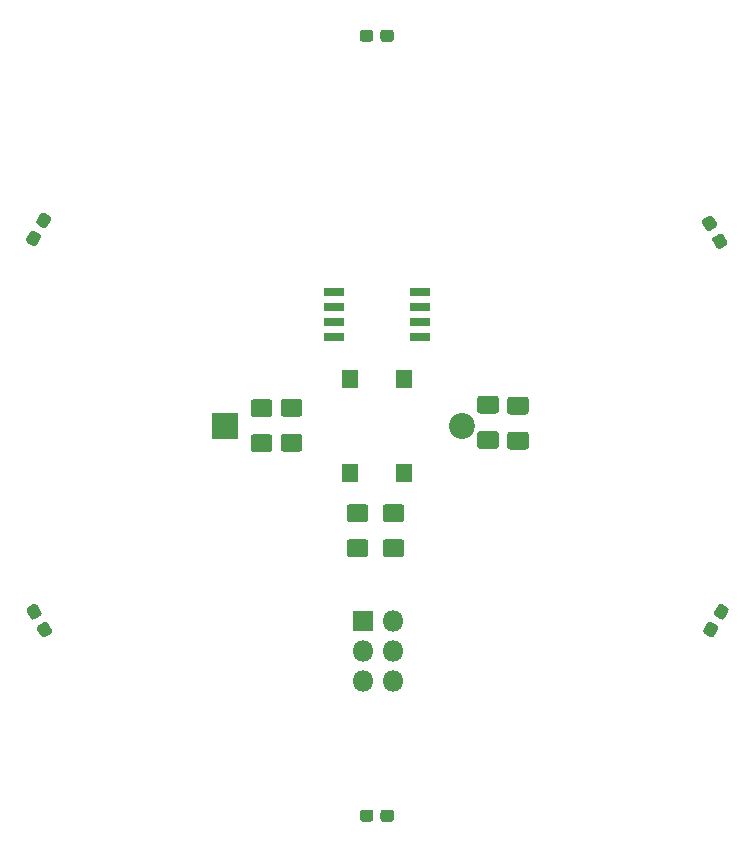
<source format=gbr>
%TF.GenerationSoftware,KiCad,Pcbnew,5.1.6-c6e7f7d~87~ubuntu19.10.1*%
%TF.CreationDate,2021-11-13T16:17:34-08:00*%
%TF.ProjectId,snowflake2021,736e6f77-666c-4616-9b65-323032312e6b,rev?*%
%TF.SameCoordinates,Original*%
%TF.FileFunction,Soldermask,Top*%
%TF.FilePolarity,Negative*%
%FSLAX46Y46*%
G04 Gerber Fmt 4.6, Leading zero omitted, Abs format (unit mm)*
G04 Created by KiCad (PCBNEW 5.1.6-c6e7f7d~87~ubuntu19.10.1) date 2021-11-13 16:17:34*
%MOMM*%
%LPD*%
G01*
G04 APERTURE LIST*
%ADD10C,2.200000*%
%ADD11R,2.200000X2.200000*%
%ADD12R,1.400000X1.650000*%
%ADD13R,1.800000X0.750000*%
%ADD14O,1.800000X1.800000*%
%ADD15R,1.800000X1.800000*%
G04 APERTURE END LIST*
D10*
%TO.C,BT1*%
X152080000Y-69850000D03*
D11*
X132080000Y-69850000D03*
%TD*%
D12*
%TO.C,SW1*%
X147157000Y-65875000D03*
X142657000Y-65875000D03*
X142657000Y-73825000D03*
X147157000Y-73825000D03*
%TD*%
%TO.C,R4*%
G36*
G01*
X154962456Y-68834500D02*
X153647544Y-68834500D01*
G75*
G02*
X153380000Y-68566956I0J267544D01*
G01*
X153380000Y-67577044D01*
G75*
G02*
X153647544Y-67309500I267544J0D01*
G01*
X154962456Y-67309500D01*
G75*
G02*
X155230000Y-67577044I0J-267544D01*
G01*
X155230000Y-68566956D01*
G75*
G02*
X154962456Y-68834500I-267544J0D01*
G01*
G37*
G36*
G01*
X154962456Y-71809500D02*
X153647544Y-71809500D01*
G75*
G02*
X153380000Y-71541956I0J267544D01*
G01*
X153380000Y-70552044D01*
G75*
G02*
X153647544Y-70284500I267544J0D01*
G01*
X154962456Y-70284500D01*
G75*
G02*
X155230000Y-70552044I0J-267544D01*
G01*
X155230000Y-71541956D01*
G75*
G02*
X154962456Y-71809500I-267544J0D01*
G01*
G37*
%TD*%
%TO.C,R3*%
G36*
G01*
X142598544Y-79465000D02*
X143913456Y-79465000D01*
G75*
G02*
X144181000Y-79732544I0J-267544D01*
G01*
X144181000Y-80722456D01*
G75*
G02*
X143913456Y-80990000I-267544J0D01*
G01*
X142598544Y-80990000D01*
G75*
G02*
X142331000Y-80722456I0J267544D01*
G01*
X142331000Y-79732544D01*
G75*
G02*
X142598544Y-79465000I267544J0D01*
G01*
G37*
G36*
G01*
X142598544Y-76490000D02*
X143913456Y-76490000D01*
G75*
G02*
X144181000Y-76757544I0J-267544D01*
G01*
X144181000Y-77747456D01*
G75*
G02*
X143913456Y-78015000I-267544J0D01*
G01*
X142598544Y-78015000D01*
G75*
G02*
X142331000Y-77747456I0J267544D01*
G01*
X142331000Y-76757544D01*
G75*
G02*
X142598544Y-76490000I267544J0D01*
G01*
G37*
%TD*%
%TO.C,R2*%
G36*
G01*
X146961456Y-78015000D02*
X145646544Y-78015000D01*
G75*
G02*
X145379000Y-77747456I0J267544D01*
G01*
X145379000Y-76757544D01*
G75*
G02*
X145646544Y-76490000I267544J0D01*
G01*
X146961456Y-76490000D01*
G75*
G02*
X147229000Y-76757544I0J-267544D01*
G01*
X147229000Y-77747456D01*
G75*
G02*
X146961456Y-78015000I-267544J0D01*
G01*
G37*
G36*
G01*
X146961456Y-80990000D02*
X145646544Y-80990000D01*
G75*
G02*
X145379000Y-80722456I0J267544D01*
G01*
X145379000Y-79732544D01*
G75*
G02*
X145646544Y-79465000I267544J0D01*
G01*
X146961456Y-79465000D01*
G75*
G02*
X147229000Y-79732544I0J-267544D01*
G01*
X147229000Y-80722456D01*
G75*
G02*
X146961456Y-80990000I-267544J0D01*
G01*
G37*
%TD*%
%TO.C,R1*%
G36*
G01*
X157502456Y-68907500D02*
X156187544Y-68907500D01*
G75*
G02*
X155920000Y-68639956I0J267544D01*
G01*
X155920000Y-67650044D01*
G75*
G02*
X156187544Y-67382500I267544J0D01*
G01*
X157502456Y-67382500D01*
G75*
G02*
X157770000Y-67650044I0J-267544D01*
G01*
X157770000Y-68639956D01*
G75*
G02*
X157502456Y-68907500I-267544J0D01*
G01*
G37*
G36*
G01*
X157502456Y-71882500D02*
X156187544Y-71882500D01*
G75*
G02*
X155920000Y-71614956I0J267544D01*
G01*
X155920000Y-70625044D01*
G75*
G02*
X156187544Y-70357500I267544J0D01*
G01*
X157502456Y-70357500D01*
G75*
G02*
X157770000Y-70625044I0J-267544D01*
G01*
X157770000Y-71614956D01*
G75*
G02*
X157502456Y-71882500I-267544J0D01*
G01*
G37*
%TD*%
%TO.C,D6*%
G36*
G01*
X116638832Y-53088671D02*
X116184168Y-52826171D01*
G75*
G02*
X116088086Y-52467589I131250J227332D01*
G01*
X116400586Y-51926323D01*
G75*
G02*
X116759168Y-51830241I227332J-131250D01*
G01*
X117213832Y-52092741D01*
G75*
G02*
X117309914Y-52451323I-131250J-227332D01*
G01*
X116997414Y-52992589D01*
G75*
G02*
X116638832Y-53088671I-227332J131250D01*
G01*
G37*
G36*
G01*
X115763832Y-54604215D02*
X115309168Y-54341715D01*
G75*
G02*
X115213086Y-53983133I131250J227332D01*
G01*
X115525586Y-53441867D01*
G75*
G02*
X115884168Y-53345785I227332J-131250D01*
G01*
X116338832Y-53608285D01*
G75*
G02*
X116434914Y-53966867I-131250J-227332D01*
G01*
X116122414Y-54508133D01*
G75*
G02*
X115763832Y-54604215I-227332J131250D01*
G01*
G37*
%TD*%
%TO.C,D5*%
G36*
G01*
X116395332Y-85968943D02*
X115940668Y-86231443D01*
G75*
G02*
X115582086Y-86135361I-131250J227332D01*
G01*
X115269586Y-85594095D01*
G75*
G02*
X115365668Y-85235513I227332J131250D01*
G01*
X115820332Y-84973013D01*
G75*
G02*
X116178914Y-85069095I131250J-227332D01*
G01*
X116491414Y-85610361D01*
G75*
G02*
X116395332Y-85968943I-227332J-131250D01*
G01*
G37*
G36*
G01*
X117270332Y-87484487D02*
X116815668Y-87746987D01*
G75*
G02*
X116457086Y-87650905I-131250J227332D01*
G01*
X116144586Y-87109639D01*
G75*
G02*
X116240668Y-86751057I227332J131250D01*
G01*
X116695332Y-86488557D01*
G75*
G02*
X117053914Y-86584639I131250J-227332D01*
G01*
X117366414Y-87125905D01*
G75*
G02*
X117270332Y-87484487I-227332J-131250D01*
G01*
G37*
%TD*%
%TO.C,D4*%
G36*
G01*
X144607000Y-102607500D02*
X144607000Y-103132500D01*
G75*
G02*
X144344500Y-103395000I-262500J0D01*
G01*
X143719500Y-103395000D01*
G75*
G02*
X143457000Y-103132500I0J262500D01*
G01*
X143457000Y-102607500D01*
G75*
G02*
X143719500Y-102345000I262500J0D01*
G01*
X144344500Y-102345000D01*
G75*
G02*
X144607000Y-102607500I0J-262500D01*
G01*
G37*
G36*
G01*
X146357000Y-102607500D02*
X146357000Y-103132500D01*
G75*
G02*
X146094500Y-103395000I-262500J0D01*
G01*
X145469500Y-103395000D01*
G75*
G02*
X145207000Y-103132500I0J262500D01*
G01*
X145207000Y-102607500D01*
G75*
G02*
X145469500Y-102345000I262500J0D01*
G01*
X146094500Y-102345000D01*
G75*
G02*
X146357000Y-102607500I0J-262500D01*
G01*
G37*
%TD*%
%TO.C,D3*%
G36*
G01*
X173231668Y-86488557D02*
X173686332Y-86751057D01*
G75*
G02*
X173782414Y-87109639I-131250J-227332D01*
G01*
X173469914Y-87650905D01*
G75*
G02*
X173111332Y-87746987I-227332J131250D01*
G01*
X172656668Y-87484487D01*
G75*
G02*
X172560586Y-87125905I131250J227332D01*
G01*
X172873086Y-86584639D01*
G75*
G02*
X173231668Y-86488557I227332J-131250D01*
G01*
G37*
G36*
G01*
X174106668Y-84973013D02*
X174561332Y-85235513D01*
G75*
G02*
X174657414Y-85594095I-131250J-227332D01*
G01*
X174344914Y-86135361D01*
G75*
G02*
X173986332Y-86231443I-227332J131250D01*
G01*
X173531668Y-85968943D01*
G75*
G02*
X173435586Y-85610361I131250J227332D01*
G01*
X173748086Y-85069095D01*
G75*
G02*
X174106668Y-84973013I227332J-131250D01*
G01*
G37*
%TD*%
%TO.C,D2*%
G36*
G01*
X173418668Y-53858057D02*
X173873332Y-53595557D01*
G75*
G02*
X174231914Y-53691639I131250J-227332D01*
G01*
X174544414Y-54232905D01*
G75*
G02*
X174448332Y-54591487I-227332J-131250D01*
G01*
X173993668Y-54853987D01*
G75*
G02*
X173635086Y-54757905I-131250J227332D01*
G01*
X173322586Y-54216639D01*
G75*
G02*
X173418668Y-53858057I227332J131250D01*
G01*
G37*
G36*
G01*
X172543668Y-52342513D02*
X172998332Y-52080013D01*
G75*
G02*
X173356914Y-52176095I131250J-227332D01*
G01*
X173669414Y-52717361D01*
G75*
G02*
X173573332Y-53075943I-227332J-131250D01*
G01*
X173118668Y-53338443D01*
G75*
G02*
X172760086Y-53242361I-131250J227332D01*
G01*
X172447586Y-52701095D01*
G75*
G02*
X172543668Y-52342513I227332J131250D01*
G01*
G37*
%TD*%
%TO.C,D1*%
G36*
G01*
X145193000Y-37092500D02*
X145193000Y-36567500D01*
G75*
G02*
X145455500Y-36305000I262500J0D01*
G01*
X146080500Y-36305000D01*
G75*
G02*
X146343000Y-36567500I0J-262500D01*
G01*
X146343000Y-37092500D01*
G75*
G02*
X146080500Y-37355000I-262500J0D01*
G01*
X145455500Y-37355000D01*
G75*
G02*
X145193000Y-37092500I0J262500D01*
G01*
G37*
G36*
G01*
X143443000Y-37092500D02*
X143443000Y-36567500D01*
G75*
G02*
X143705500Y-36305000I262500J0D01*
G01*
X144330500Y-36305000D01*
G75*
G02*
X144593000Y-36567500I0J-262500D01*
G01*
X144593000Y-37092500D01*
G75*
G02*
X144330500Y-37355000I-262500J0D01*
G01*
X143705500Y-37355000D01*
G75*
G02*
X143443000Y-37092500I0J262500D01*
G01*
G37*
%TD*%
%TO.C,C1*%
G36*
G01*
X135785456Y-69125000D02*
X134470544Y-69125000D01*
G75*
G02*
X134203000Y-68857456I0J267544D01*
G01*
X134203000Y-67867544D01*
G75*
G02*
X134470544Y-67600000I267544J0D01*
G01*
X135785456Y-67600000D01*
G75*
G02*
X136053000Y-67867544I0J-267544D01*
G01*
X136053000Y-68857456D01*
G75*
G02*
X135785456Y-69125000I-267544J0D01*
G01*
G37*
G36*
G01*
X135785456Y-72100000D02*
X134470544Y-72100000D01*
G75*
G02*
X134203000Y-71832456I0J267544D01*
G01*
X134203000Y-70842544D01*
G75*
G02*
X134470544Y-70575000I267544J0D01*
G01*
X135785456Y-70575000D01*
G75*
G02*
X136053000Y-70842544I0J-267544D01*
G01*
X136053000Y-71832456D01*
G75*
G02*
X135785456Y-72100000I-267544J0D01*
G01*
G37*
%TD*%
D13*
%TO.C,U1*%
X141257000Y-58547000D03*
X141257000Y-59817000D03*
X141257000Y-61087000D03*
X141257000Y-62357000D03*
X148557000Y-62357000D03*
X148557000Y-61087000D03*
X148557000Y-59817000D03*
X148557000Y-58547000D03*
%TD*%
%TO.C,R5*%
G36*
G01*
X138325456Y-69088500D02*
X137010544Y-69088500D01*
G75*
G02*
X136743000Y-68820956I0J267544D01*
G01*
X136743000Y-67831044D01*
G75*
G02*
X137010544Y-67563500I267544J0D01*
G01*
X138325456Y-67563500D01*
G75*
G02*
X138593000Y-67831044I0J-267544D01*
G01*
X138593000Y-68820956D01*
G75*
G02*
X138325456Y-69088500I-267544J0D01*
G01*
G37*
G36*
G01*
X138325456Y-72063500D02*
X137010544Y-72063500D01*
G75*
G02*
X136743000Y-71795956I0J267544D01*
G01*
X136743000Y-70806044D01*
G75*
G02*
X137010544Y-70538500I267544J0D01*
G01*
X138325456Y-70538500D01*
G75*
G02*
X138593000Y-70806044I0J-267544D01*
G01*
X138593000Y-71795956D01*
G75*
G02*
X138325456Y-72063500I-267544J0D01*
G01*
G37*
%TD*%
D14*
%TO.C,J1*%
X146304000Y-91440000D03*
X143764000Y-91440000D03*
X146304000Y-88900000D03*
X143764000Y-88900000D03*
X146304000Y-86360000D03*
D15*
X143764000Y-86360000D03*
%TD*%
M02*

</source>
